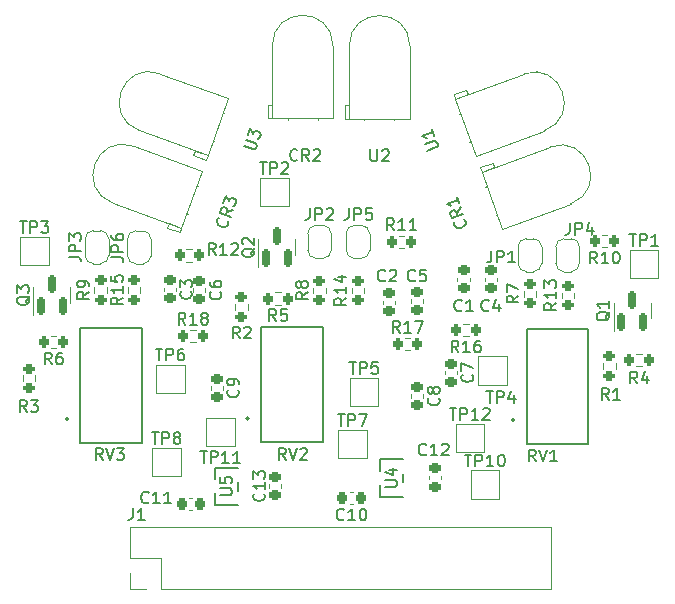
<source format=gbr>
%TF.GenerationSoftware,KiCad,Pcbnew,(6.0.5)*%
%TF.CreationDate,2024-03-24T17:12:35+02:00*%
%TF.ProjectId,Sensor Subsystem,53656e73-6f72-4205-9375-627379737465,rev?*%
%TF.SameCoordinates,Original*%
%TF.FileFunction,Legend,Top*%
%TF.FilePolarity,Positive*%
%FSLAX46Y46*%
G04 Gerber Fmt 4.6, Leading zero omitted, Abs format (unit mm)*
G04 Created by KiCad (PCBNEW (6.0.5)) date 2024-03-24 17:12:35*
%MOMM*%
%LPD*%
G01*
G04 APERTURE LIST*
G04 Aperture macros list*
%AMRoundRect*
0 Rectangle with rounded corners*
0 $1 Rounding radius*
0 $2 $3 $4 $5 $6 $7 $8 $9 X,Y pos of 4 corners*
0 Add a 4 corners polygon primitive as box body*
4,1,4,$2,$3,$4,$5,$6,$7,$8,$9,$2,$3,0*
0 Add four circle primitives for the rounded corners*
1,1,$1+$1,$2,$3*
1,1,$1+$1,$4,$5*
1,1,$1+$1,$6,$7*
1,1,$1+$1,$8,$9*
0 Add four rect primitives between the rounded corners*
20,1,$1+$1,$2,$3,$4,$5,0*
20,1,$1+$1,$4,$5,$6,$7,0*
20,1,$1+$1,$6,$7,$8,$9,0*
20,1,$1+$1,$8,$9,$2,$3,0*%
%AMRotRect*
0 Rectangle, with rotation*
0 The origin of the aperture is its center*
0 $1 length*
0 $2 width*
0 $3 Rotation angle, in degrees counterclockwise*
0 Add horizontal line*
21,1,$1,$2,0,0,$3*%
%AMFreePoly0*
4,1,22,0.500000,-0.750000,0.000000,-0.750000,0.000000,-0.745033,-0.079941,-0.743568,-0.215256,-0.701293,-0.333266,-0.622738,-0.424486,-0.514219,-0.481581,-0.384460,-0.499164,-0.250000,-0.500000,-0.250000,-0.500000,0.250000,-0.499164,0.250000,-0.499963,0.256109,-0.478152,0.396186,-0.417904,0.524511,-0.324060,0.630769,-0.204165,0.706417,-0.067858,0.745374,0.000000,0.744959,0.000000,0.750000,
0.500000,0.750000,0.500000,-0.750000,0.500000,-0.750000,$1*%
%AMFreePoly1*
4,1,20,0.000000,0.744959,0.073905,0.744508,0.209726,0.703889,0.328688,0.626782,0.421226,0.519385,0.479903,0.390333,0.500000,0.250000,0.500000,-0.250000,0.499851,-0.262216,0.476331,-0.402017,0.414519,-0.529596,0.319384,-0.634700,0.198574,-0.708877,0.061801,-0.746166,0.000000,-0.745033,0.000000,-0.750000,-0.500000,-0.750000,-0.500000,0.750000,0.000000,0.750000,0.000000,0.744959,
0.000000,0.744959,$1*%
G04 Aperture macros list end*
%ADD10C,0.150000*%
%ADD11C,0.120000*%
%ADD12C,0.152400*%
%ADD13RoundRect,0.200000X-0.200000X-0.275000X0.200000X-0.275000X0.200000X0.275000X-0.200000X0.275000X0*%
%ADD14RoundRect,0.225000X-0.250000X0.225000X-0.250000X-0.225000X0.250000X-0.225000X0.250000X0.225000X0*%
%ADD15RoundRect,0.200000X0.200000X0.275000X-0.200000X0.275000X-0.200000X-0.275000X0.200000X-0.275000X0*%
%ADD16RoundRect,0.150000X0.150000X-0.587500X0.150000X0.587500X-0.150000X0.587500X-0.150000X-0.587500X0*%
%ADD17FreePoly0,90.000000*%
%ADD18FreePoly1,90.000000*%
%ADD19RotRect,1.800000X1.800000X250.000000*%
%ADD20C,1.800000*%
%ADD21RoundRect,0.200000X0.275000X-0.200000X0.275000X0.200000X-0.275000X0.200000X-0.275000X-0.200000X0*%
%ADD22R,1.700000X1.700000*%
%ADD23O,1.700000X1.700000*%
%ADD24R,2.000000X2.000000*%
%ADD25C,1.320800*%
%ADD26R,1.320800X1.320800*%
%ADD27R,1.117600X0.482600*%
%ADD28RoundRect,0.225000X0.250000X-0.225000X0.250000X0.225000X-0.250000X0.225000X-0.250000X-0.225000X0*%
%ADD29R,1.800000X1.800000*%
%ADD30RotRect,1.800000X1.800000X110.000000*%
%ADD31RoundRect,0.225000X0.225000X0.250000X-0.225000X0.250000X-0.225000X-0.250000X0.225000X-0.250000X0*%
G04 APERTURE END LIST*
D10*
%TO.C,R18*%
X6748542Y23837620D02*
X6415209Y24313810D01*
X6177114Y23837620D02*
X6177114Y24837620D01*
X6558066Y24837620D01*
X6653304Y24790000D01*
X6700923Y24742381D01*
X6748542Y24647143D01*
X6748542Y24504286D01*
X6700923Y24409048D01*
X6653304Y24361429D01*
X6558066Y24313810D01*
X6177114Y24313810D01*
X7700923Y23837620D02*
X7129495Y23837620D01*
X7415209Y23837620D02*
X7415209Y24837620D01*
X7319971Y24694762D01*
X7224733Y24599524D01*
X7129495Y24551905D01*
X8272352Y24409048D02*
X8177114Y24456667D01*
X8129495Y24504286D01*
X8081876Y24599524D01*
X8081876Y24647143D01*
X8129495Y24742381D01*
X8177114Y24790000D01*
X8272352Y24837620D01*
X8462828Y24837620D01*
X8558066Y24790000D01*
X8605685Y24742381D01*
X8653304Y24647143D01*
X8653304Y24599524D01*
X8605685Y24504286D01*
X8558066Y24456667D01*
X8462828Y24409048D01*
X8272352Y24409048D01*
X8177114Y24361429D01*
X8129495Y24313810D01*
X8081876Y24218572D01*
X8081876Y24028096D01*
X8129495Y23932858D01*
X8177114Y23885239D01*
X8272352Y23837620D01*
X8462828Y23837620D01*
X8558066Y23885239D01*
X8605685Y23932858D01*
X8653304Y24028096D01*
X8653304Y24218572D01*
X8605685Y24313810D01*
X8558066Y24361429D01*
X8462828Y24409048D01*
%TO.C,C3*%
X7198142Y26655334D02*
X7245761Y26607715D01*
X7293380Y26464858D01*
X7293380Y26369620D01*
X7245761Y26226762D01*
X7150523Y26131524D01*
X7055285Y26083905D01*
X6864809Y26036286D01*
X6721952Y26036286D01*
X6531476Y26083905D01*
X6436238Y26131524D01*
X6341000Y26226762D01*
X6293380Y26369620D01*
X6293380Y26464858D01*
X6341000Y26607715D01*
X6388619Y26655334D01*
X6293380Y26988667D02*
X6293380Y27607715D01*
X6674333Y27274381D01*
X6674333Y27417239D01*
X6721952Y27512477D01*
X6769571Y27560096D01*
X6864809Y27607715D01*
X7102904Y27607715D01*
X7198142Y27560096D01*
X7245761Y27512477D01*
X7293380Y27417239D01*
X7293380Y27131524D01*
X7245761Y27036286D01*
X7198142Y26988667D01*
%TO.C,R4*%
X44994533Y18851620D02*
X44661200Y19327810D01*
X44423104Y18851620D02*
X44423104Y19851620D01*
X44804057Y19851620D01*
X44899295Y19804000D01*
X44946914Y19756381D01*
X44994533Y19661143D01*
X44994533Y19518286D01*
X44946914Y19423048D01*
X44899295Y19375429D01*
X44804057Y19327810D01*
X44423104Y19327810D01*
X45851676Y19518286D02*
X45851676Y18851620D01*
X45613580Y19899239D02*
X45375485Y19184953D01*
X45994533Y19184953D01*
%TO.C,R10*%
X41595342Y29013620D02*
X41262009Y29489810D01*
X41023914Y29013620D02*
X41023914Y30013620D01*
X41404866Y30013620D01*
X41500104Y29966000D01*
X41547723Y29918381D01*
X41595342Y29823143D01*
X41595342Y29680286D01*
X41547723Y29585048D01*
X41500104Y29537429D01*
X41404866Y29489810D01*
X41023914Y29489810D01*
X42547723Y29013620D02*
X41976295Y29013620D01*
X42262009Y29013620D02*
X42262009Y30013620D01*
X42166771Y29870762D01*
X42071533Y29775524D01*
X41976295Y29727905D01*
X43166771Y30013620D02*
X43262009Y30013620D01*
X43357247Y29966000D01*
X43404866Y29918381D01*
X43452485Y29823143D01*
X43500104Y29632667D01*
X43500104Y29394572D01*
X43452485Y29204096D01*
X43404866Y29108858D01*
X43357247Y29061239D01*
X43262009Y29013620D01*
X43166771Y29013620D01*
X43071533Y29061239D01*
X43023914Y29108858D01*
X42976295Y29204096D01*
X42928676Y29394572D01*
X42928676Y29632667D01*
X42976295Y29823143D01*
X43023914Y29918381D01*
X43071533Y29966000D01*
X43166771Y30013620D01*
%TO.C,Q2*%
X12637819Y30300762D02*
X12590200Y30205524D01*
X12494961Y30110286D01*
X12352104Y29967429D01*
X12304485Y29872191D01*
X12304485Y29776953D01*
X12542580Y29824572D02*
X12494961Y29729334D01*
X12399723Y29634096D01*
X12209247Y29586477D01*
X11875914Y29586477D01*
X11685438Y29634096D01*
X11590200Y29729334D01*
X11542580Y29824572D01*
X11542580Y30015048D01*
X11590200Y30110286D01*
X11685438Y30205524D01*
X11875914Y30253143D01*
X12209247Y30253143D01*
X12399723Y30205524D01*
X12494961Y30110286D01*
X12542580Y30015048D01*
X12542580Y29824572D01*
X11637819Y30634096D02*
X11590200Y30681715D01*
X11542580Y30776953D01*
X11542580Y31015048D01*
X11590200Y31110286D01*
X11637819Y31157905D01*
X11733057Y31205524D01*
X11828295Y31205524D01*
X11971152Y31157905D01*
X12542580Y30586477D01*
X12542580Y31205524D01*
%TO.C,JP4*%
X39282666Y32462420D02*
X39282666Y31748134D01*
X39235047Y31605277D01*
X39139809Y31510039D01*
X38996952Y31462420D01*
X38901714Y31462420D01*
X39758857Y31462420D02*
X39758857Y32462420D01*
X40139809Y32462420D01*
X40235047Y32414800D01*
X40282666Y32367181D01*
X40330285Y32271943D01*
X40330285Y32129086D01*
X40282666Y32033848D01*
X40235047Y31986229D01*
X40139809Y31938610D01*
X39758857Y31938610D01*
X41187428Y32129086D02*
X41187428Y31462420D01*
X40949333Y32510039D02*
X40711238Y31795753D01*
X41330285Y31795753D01*
%TO.C,C8*%
X28177342Y17617334D02*
X28224961Y17569715D01*
X28272580Y17426858D01*
X28272580Y17331620D01*
X28224961Y17188762D01*
X28129723Y17093524D01*
X28034485Y17045905D01*
X27844009Y16998286D01*
X27701152Y16998286D01*
X27510676Y17045905D01*
X27415438Y17093524D01*
X27320200Y17188762D01*
X27272580Y17331620D01*
X27272580Y17426858D01*
X27320200Y17569715D01*
X27367819Y17617334D01*
X27701152Y18188762D02*
X27653533Y18093524D01*
X27605914Y18045905D01*
X27510676Y17998286D01*
X27463057Y17998286D01*
X27367819Y18045905D01*
X27320200Y18093524D01*
X27272580Y18188762D01*
X27272580Y18379239D01*
X27320200Y18474477D01*
X27367819Y18522096D01*
X27463057Y18569715D01*
X27510676Y18569715D01*
X27605914Y18522096D01*
X27653533Y18474477D01*
X27701152Y18379239D01*
X27701152Y18188762D01*
X27748771Y18093524D01*
X27796390Y18045905D01*
X27891628Y17998286D01*
X28082104Y17998286D01*
X28177342Y18045905D01*
X28224961Y18093524D01*
X28272580Y18188762D01*
X28272580Y18379239D01*
X28224961Y18474477D01*
X28177342Y18522096D01*
X28082104Y18569715D01*
X27891628Y18569715D01*
X27796390Y18522096D01*
X27748771Y18474477D01*
X27701152Y18379239D01*
%TO.C,R17*%
X24897342Y23161620D02*
X24564009Y23637810D01*
X24325914Y23161620D02*
X24325914Y24161620D01*
X24706866Y24161620D01*
X24802104Y24114000D01*
X24849723Y24066381D01*
X24897342Y23971143D01*
X24897342Y23828286D01*
X24849723Y23733048D01*
X24802104Y23685429D01*
X24706866Y23637810D01*
X24325914Y23637810D01*
X25849723Y23161620D02*
X25278295Y23161620D01*
X25564009Y23161620D02*
X25564009Y24161620D01*
X25468771Y24018762D01*
X25373533Y23923524D01*
X25278295Y23875905D01*
X26183057Y24161620D02*
X26849723Y24161620D01*
X26421152Y23161620D01*
%TO.C,U3*%
X11693451Y38965140D02*
X12454155Y38688267D01*
X12559936Y38700440D01*
X12620970Y38728901D01*
X12698290Y38802109D01*
X12763437Y38981098D01*
X12751263Y39086879D01*
X12722803Y39147913D01*
X12649595Y39225234D01*
X11888891Y39502107D01*
X12019185Y39860085D02*
X12230911Y40441800D01*
X12474883Y39998276D01*
X12523743Y40132517D01*
X12601063Y40205725D01*
X12662097Y40234186D01*
X12767879Y40246360D01*
X12991615Y40164926D01*
X13064823Y40087606D01*
X13093283Y40026572D01*
X13105457Y39920791D01*
X13007737Y39652307D01*
X12930417Y39579099D01*
X12869383Y39550639D01*
%TO.C,R13*%
X38132380Y25667143D02*
X37656190Y25333810D01*
X38132380Y25095715D02*
X37132380Y25095715D01*
X37132380Y25476667D01*
X37180000Y25571905D01*
X37227619Y25619524D01*
X37322857Y25667143D01*
X37465714Y25667143D01*
X37560952Y25619524D01*
X37608571Y25571905D01*
X37656190Y25476667D01*
X37656190Y25095715D01*
X38132380Y26619524D02*
X38132380Y26048096D01*
X38132380Y26333810D02*
X37132380Y26333810D01*
X37275238Y26238572D01*
X37370476Y26143334D01*
X37418095Y26048096D01*
X37132380Y26952858D02*
X37132380Y27571905D01*
X37513333Y27238572D01*
X37513333Y27381429D01*
X37560952Y27476667D01*
X37608571Y27524286D01*
X37703809Y27571905D01*
X37941904Y27571905D01*
X38037142Y27524286D01*
X38084761Y27476667D01*
X38132380Y27381429D01*
X38132380Y27095715D01*
X38084761Y27000477D01*
X38037142Y26952858D01*
%TO.C,J1*%
X2282866Y8294620D02*
X2282866Y7580334D01*
X2235247Y7437477D01*
X2140009Y7342239D01*
X1997152Y7294620D01*
X1901914Y7294620D01*
X3282866Y7294620D02*
X2711438Y7294620D01*
X2997152Y7294620D02*
X2997152Y8294620D01*
X2901914Y8151762D01*
X2806676Y8056524D01*
X2711438Y8008905D01*
%TO.C,TP12*%
X29122904Y16769620D02*
X29694333Y16769620D01*
X29408619Y15769620D02*
X29408619Y16769620D01*
X30027666Y15769620D02*
X30027666Y16769620D01*
X30408619Y16769620D01*
X30503857Y16722000D01*
X30551476Y16674381D01*
X30599095Y16579143D01*
X30599095Y16436286D01*
X30551476Y16341048D01*
X30503857Y16293429D01*
X30408619Y16245810D01*
X30027666Y16245810D01*
X31551476Y15769620D02*
X30980047Y15769620D01*
X31265761Y15769620D02*
X31265761Y16769620D01*
X31170523Y16626762D01*
X31075285Y16531524D01*
X30980047Y16483905D01*
X31932428Y16674381D02*
X31980047Y16722000D01*
X32075285Y16769620D01*
X32313380Y16769620D01*
X32408619Y16722000D01*
X32456238Y16674381D01*
X32503857Y16579143D01*
X32503857Y16483905D01*
X32456238Y16341048D01*
X31884809Y15769620D01*
X32503857Y15769620D01*
%TO.C,R2*%
X11339533Y22661620D02*
X11006200Y23137810D01*
X10768104Y22661620D02*
X10768104Y23661620D01*
X11149057Y23661620D01*
X11244295Y23614000D01*
X11291914Y23566381D01*
X11339533Y23471143D01*
X11339533Y23328286D01*
X11291914Y23233048D01*
X11244295Y23185429D01*
X11149057Y23137810D01*
X10768104Y23137810D01*
X11720485Y23566381D02*
X11768104Y23614000D01*
X11863342Y23661620D01*
X12101438Y23661620D01*
X12196676Y23614000D01*
X12244295Y23566381D01*
X12291914Y23471143D01*
X12291914Y23375905D01*
X12244295Y23233048D01*
X11672866Y22661620D01*
X12291914Y22661620D01*
%TO.C,JP6*%
X482380Y29546667D02*
X1196666Y29546667D01*
X1339523Y29499048D01*
X1434761Y29403810D01*
X1482380Y29260953D01*
X1482380Y29165715D01*
X1482380Y30022858D02*
X482380Y30022858D01*
X482380Y30403810D01*
X530000Y30499048D01*
X577619Y30546667D01*
X672857Y30594286D01*
X815714Y30594286D01*
X910952Y30546667D01*
X958571Y30499048D01*
X1006190Y30403810D01*
X1006190Y30022858D01*
X482380Y31451429D02*
X482380Y31260953D01*
X530000Y31165715D01*
X577619Y31118096D01*
X720476Y31022858D01*
X910952Y30975239D01*
X1291904Y30975239D01*
X1387142Y31022858D01*
X1434761Y31070477D01*
X1482380Y31165715D01*
X1482380Y31356191D01*
X1434761Y31451429D01*
X1387142Y31499048D01*
X1291904Y31546667D01*
X1053809Y31546667D01*
X958571Y31499048D01*
X910952Y31451429D01*
X863333Y31356191D01*
X863333Y31165715D01*
X910952Y31070477D01*
X958571Y31022858D01*
X1053809Y30975239D01*
%TO.C,R7*%
X34942380Y26283334D02*
X34466190Y25950000D01*
X34942380Y25711905D02*
X33942380Y25711905D01*
X33942380Y26092858D01*
X33990000Y26188096D01*
X34037619Y26235715D01*
X34132857Y26283334D01*
X34275714Y26283334D01*
X34370952Y26235715D01*
X34418571Y26188096D01*
X34466190Y26092858D01*
X34466190Y25711905D01*
X33942380Y26616667D02*
X33942380Y27283334D01*
X34942380Y26854762D01*
%TO.C,RV1*%
X36394761Y12257620D02*
X36061428Y12733810D01*
X35823333Y12257620D02*
X35823333Y13257620D01*
X36204285Y13257620D01*
X36299523Y13210000D01*
X36347142Y13162381D01*
X36394761Y13067143D01*
X36394761Y12924286D01*
X36347142Y12829048D01*
X36299523Y12781429D01*
X36204285Y12733810D01*
X35823333Y12733810D01*
X36680476Y13257620D02*
X37013809Y12257620D01*
X37347142Y13257620D01*
X38204285Y12257620D02*
X37632857Y12257620D01*
X37918571Y12257620D02*
X37918571Y13257620D01*
X37823333Y13114762D01*
X37728095Y13019524D01*
X37632857Y12971905D01*
%TO.C,TP4*%
X32215295Y18200620D02*
X32786723Y18200620D01*
X32501009Y17200620D02*
X32501009Y18200620D01*
X33120057Y17200620D02*
X33120057Y18200620D01*
X33501009Y18200620D01*
X33596247Y18153000D01*
X33643866Y18105381D01*
X33691485Y18010143D01*
X33691485Y17867286D01*
X33643866Y17772048D01*
X33596247Y17724429D01*
X33501009Y17676810D01*
X33120057Y17676810D01*
X34548628Y17867286D02*
X34548628Y17200620D01*
X34310533Y18248239D02*
X34072438Y17533953D01*
X34691485Y17533953D01*
%TO.C,U4*%
X23658580Y10090096D02*
X24468104Y10090096D01*
X24563342Y10137715D01*
X24610961Y10185334D01*
X24658580Y10280572D01*
X24658580Y10471048D01*
X24610961Y10566286D01*
X24563342Y10613905D01*
X24468104Y10661524D01*
X23658580Y10661524D01*
X23991914Y11566286D02*
X24658580Y11566286D01*
X23610961Y11328191D02*
X24325247Y11090096D01*
X24325247Y11709143D01*
%TO.C,R9*%
X-1416620Y26605334D02*
X-1892810Y26272000D01*
X-1416620Y26033905D02*
X-2416620Y26033905D01*
X-2416620Y26414858D01*
X-2369000Y26510096D01*
X-2321381Y26557715D01*
X-2226143Y26605334D01*
X-2083286Y26605334D01*
X-1988048Y26557715D01*
X-1940429Y26510096D01*
X-1892810Y26414858D01*
X-1892810Y26033905D01*
X-1416620Y27081524D02*
X-1416620Y27272000D01*
X-1464239Y27367239D01*
X-1511858Y27414858D01*
X-1654715Y27510096D01*
X-1845191Y27557715D01*
X-2226143Y27557715D01*
X-2321381Y27510096D01*
X-2369000Y27462477D01*
X-2416620Y27367239D01*
X-2416620Y27176762D01*
X-2369000Y27081524D01*
X-2321381Y27033905D01*
X-2226143Y26986286D01*
X-1988048Y26986286D01*
X-1892810Y27033905D01*
X-1845191Y27081524D01*
X-1797572Y27176762D01*
X-1797572Y27367239D01*
X-1845191Y27462477D01*
X-1892810Y27510096D01*
X-1988048Y27557715D01*
%TO.C,TP1*%
X44331095Y31512020D02*
X44902523Y31512020D01*
X44616809Y30512020D02*
X44616809Y31512020D01*
X45235857Y30512020D02*
X45235857Y31512020D01*
X45616809Y31512020D01*
X45712047Y31464400D01*
X45759666Y31416781D01*
X45807285Y31321543D01*
X45807285Y31178686D01*
X45759666Y31083448D01*
X45712047Y31035829D01*
X45616809Y30988210D01*
X45235857Y30988210D01*
X46759666Y30512020D02*
X46188238Y30512020D01*
X46473952Y30512020D02*
X46473952Y31512020D01*
X46378714Y31369162D01*
X46283476Y31273924D01*
X46188238Y31226305D01*
%TO.C,R16*%
X29862542Y21485620D02*
X29529209Y21961810D01*
X29291114Y21485620D02*
X29291114Y22485620D01*
X29672066Y22485620D01*
X29767304Y22438000D01*
X29814923Y22390381D01*
X29862542Y22295143D01*
X29862542Y22152286D01*
X29814923Y22057048D01*
X29767304Y22009429D01*
X29672066Y21961810D01*
X29291114Y21961810D01*
X30814923Y21485620D02*
X30243495Y21485620D01*
X30529209Y21485620D02*
X30529209Y22485620D01*
X30433971Y22342762D01*
X30338733Y22247524D01*
X30243495Y22199905D01*
X31672066Y22485620D02*
X31481590Y22485620D01*
X31386352Y22438000D01*
X31338733Y22390381D01*
X31243495Y22247524D01*
X31195876Y22057048D01*
X31195876Y21676096D01*
X31243495Y21580858D01*
X31291114Y21533239D01*
X31386352Y21485620D01*
X31576828Y21485620D01*
X31672066Y21533239D01*
X31719685Y21580858D01*
X31767304Y21676096D01*
X31767304Y21914191D01*
X31719685Y22009429D01*
X31672066Y22057048D01*
X31576828Y22104667D01*
X31386352Y22104667D01*
X31291114Y22057048D01*
X31243495Y22009429D01*
X31195876Y21914191D01*
%TO.C,RV2*%
X15228961Y12374620D02*
X14895628Y12850810D01*
X14657533Y12374620D02*
X14657533Y13374620D01*
X15038485Y13374620D01*
X15133723Y13327000D01*
X15181342Y13279381D01*
X15228961Y13184143D01*
X15228961Y13041286D01*
X15181342Y12946048D01*
X15133723Y12898429D01*
X15038485Y12850810D01*
X14657533Y12850810D01*
X15514676Y13374620D02*
X15848009Y12374620D01*
X16181342Y13374620D01*
X16467057Y13279381D02*
X16514676Y13327000D01*
X16609914Y13374620D01*
X16848009Y13374620D01*
X16943247Y13327000D01*
X16990866Y13279381D01*
X17038485Y13184143D01*
X17038485Y13088905D01*
X16990866Y12946048D01*
X16419438Y12374620D01*
X17038485Y12374620D01*
%TO.C,TP6*%
X4227695Y21800820D02*
X4799123Y21800820D01*
X4513409Y20800820D02*
X4513409Y21800820D01*
X5132457Y20800820D02*
X5132457Y21800820D01*
X5513409Y21800820D01*
X5608647Y21753200D01*
X5656266Y21705581D01*
X5703885Y21610343D01*
X5703885Y21467486D01*
X5656266Y21372248D01*
X5608647Y21324629D01*
X5513409Y21277010D01*
X5132457Y21277010D01*
X6561028Y21800820D02*
X6370552Y21800820D01*
X6275314Y21753200D01*
X6227695Y21705581D01*
X6132457Y21562724D01*
X6084838Y21372248D01*
X6084838Y20991296D01*
X6132457Y20896058D01*
X6180076Y20848439D01*
X6275314Y20800820D01*
X6465790Y20800820D01*
X6561028Y20848439D01*
X6608647Y20896058D01*
X6656266Y20991296D01*
X6656266Y21229391D01*
X6608647Y21324629D01*
X6561028Y21372248D01*
X6465790Y21419867D01*
X6275314Y21419867D01*
X6180076Y21372248D01*
X6132457Y21324629D01*
X6084838Y21229391D01*
%TO.C,C12*%
X27119342Y12850858D02*
X27071723Y12803239D01*
X26928866Y12755620D01*
X26833628Y12755620D01*
X26690771Y12803239D01*
X26595533Y12898477D01*
X26547914Y12993715D01*
X26500295Y13184191D01*
X26500295Y13327048D01*
X26547914Y13517524D01*
X26595533Y13612762D01*
X26690771Y13708000D01*
X26833628Y13755620D01*
X26928866Y13755620D01*
X27071723Y13708000D01*
X27119342Y13660381D01*
X28071723Y12755620D02*
X27500295Y12755620D01*
X27786009Y12755620D02*
X27786009Y13755620D01*
X27690771Y13612762D01*
X27595533Y13517524D01*
X27500295Y13469905D01*
X28452676Y13660381D02*
X28500295Y13708000D01*
X28595533Y13755620D01*
X28833628Y13755620D01*
X28928866Y13708000D01*
X28976485Y13660381D01*
X29024104Y13565143D01*
X29024104Y13469905D01*
X28976485Y13327048D01*
X28405057Y12755620D01*
X29024104Y12755620D01*
%TO.C,JP2*%
X17276866Y33694620D02*
X17276866Y32980334D01*
X17229247Y32837477D01*
X17134009Y32742239D01*
X16991152Y32694620D01*
X16895914Y32694620D01*
X17753057Y32694620D02*
X17753057Y33694620D01*
X18134009Y33694620D01*
X18229247Y33647000D01*
X18276866Y33599381D01*
X18324485Y33504143D01*
X18324485Y33361286D01*
X18276866Y33266048D01*
X18229247Y33218429D01*
X18134009Y33170810D01*
X17753057Y33170810D01*
X18705438Y33599381D02*
X18753057Y33647000D01*
X18848295Y33694620D01*
X19086390Y33694620D01*
X19181628Y33647000D01*
X19229247Y33599381D01*
X19276866Y33504143D01*
X19276866Y33408905D01*
X19229247Y33266048D01*
X18657819Y32694620D01*
X19276866Y32694620D01*
%TO.C,U2*%
X22413095Y38662620D02*
X22413095Y37853096D01*
X22460714Y37757858D01*
X22508333Y37710239D01*
X22603571Y37662620D01*
X22794047Y37662620D01*
X22889285Y37710239D01*
X22936904Y37757858D01*
X22984523Y37853096D01*
X22984523Y38662620D01*
X23413095Y38567381D02*
X23460714Y38615000D01*
X23555952Y38662620D01*
X23794047Y38662620D01*
X23889285Y38615000D01*
X23936904Y38567381D01*
X23984523Y38472143D01*
X23984523Y38376905D01*
X23936904Y38234048D01*
X23365476Y37662620D01*
X23984523Y37662620D01*
%TO.C,R8*%
X17112580Y26567334D02*
X16636390Y26234000D01*
X17112580Y25995905D02*
X16112580Y25995905D01*
X16112580Y26376858D01*
X16160200Y26472096D01*
X16207819Y26519715D01*
X16303057Y26567334D01*
X16445914Y26567334D01*
X16541152Y26519715D01*
X16588771Y26472096D01*
X16636390Y26376858D01*
X16636390Y25995905D01*
X16541152Y27138762D02*
X16493533Y27043524D01*
X16445914Y26995905D01*
X16350676Y26948286D01*
X16303057Y26948286D01*
X16207819Y26995905D01*
X16160200Y27043524D01*
X16112580Y27138762D01*
X16112580Y27329239D01*
X16160200Y27424477D01*
X16207819Y27472096D01*
X16303057Y27519715D01*
X16350676Y27519715D01*
X16445914Y27472096D01*
X16493533Y27424477D01*
X16541152Y27329239D01*
X16541152Y27138762D01*
X16588771Y27043524D01*
X16636390Y26995905D01*
X16731628Y26948286D01*
X16922104Y26948286D01*
X17017342Y26995905D01*
X17064961Y27043524D01*
X17112580Y27138762D01*
X17112580Y27329239D01*
X17064961Y27424477D01*
X17017342Y27472096D01*
X16922104Y27519715D01*
X16731628Y27519715D01*
X16636390Y27472096D01*
X16588771Y27424477D01*
X16541152Y27329239D01*
%TO.C,R11*%
X24397342Y31823620D02*
X24064009Y32299810D01*
X23825914Y31823620D02*
X23825914Y32823620D01*
X24206866Y32823620D01*
X24302104Y32776000D01*
X24349723Y32728381D01*
X24397342Y32633143D01*
X24397342Y32490286D01*
X24349723Y32395048D01*
X24302104Y32347429D01*
X24206866Y32299810D01*
X23825914Y32299810D01*
X25349723Y31823620D02*
X24778295Y31823620D01*
X25064009Y31823620D02*
X25064009Y32823620D01*
X24968771Y32680762D01*
X24873533Y32585524D01*
X24778295Y32537905D01*
X26302104Y31823620D02*
X25730676Y31823620D01*
X26016390Y31823620D02*
X26016390Y32823620D01*
X25921152Y32680762D01*
X25825914Y32585524D01*
X25730676Y32537905D01*
%TO.C,CR1*%
X30288405Y32780091D02*
X30349439Y32751630D01*
X30443047Y32633675D01*
X30475620Y32544181D01*
X30479733Y32393652D01*
X30422812Y32271584D01*
X30349604Y32194264D01*
X30186901Y32084370D01*
X30052660Y32035510D01*
X29857384Y32015110D01*
X29751603Y32027284D01*
X29629535Y32084205D01*
X29535927Y32202160D01*
X29503354Y32291655D01*
X29499241Y32442183D01*
X29527702Y32503217D01*
X30035880Y33752357D02*
X29702414Y33276259D01*
X30231320Y33215390D02*
X29291627Y32873369D01*
X29161334Y33231348D01*
X29173508Y33337129D01*
X29201968Y33398163D01*
X29275176Y33475483D01*
X29409418Y33524343D01*
X29515199Y33512169D01*
X29576233Y33483709D01*
X29653554Y33410501D01*
X29783847Y33052523D01*
X29710146Y34647302D02*
X29905586Y34110335D01*
X29807866Y34378819D02*
X28868174Y34036798D01*
X29034989Y33996164D01*
X29157057Y33939243D01*
X29234377Y33866035D01*
%TO.C,U1*%
X27230781Y38561149D02*
X27991484Y38838023D01*
X28064692Y38915344D01*
X28093153Y38976377D01*
X28105327Y39082159D01*
X28040180Y39261148D01*
X27962859Y39334356D01*
X27901825Y39362816D01*
X27796044Y39374990D01*
X27035341Y39098117D01*
X27633013Y40379829D02*
X27828453Y39842862D01*
X27730733Y40111346D02*
X26791041Y39769326D01*
X26957856Y39728691D01*
X27079924Y39671770D01*
X27157244Y39598562D01*
%TO.C,R3*%
X-6694467Y16438620D02*
X-7027800Y16914810D01*
X-7265896Y16438620D02*
X-7265896Y17438620D01*
X-6884943Y17438620D01*
X-6789705Y17391000D01*
X-6742086Y17343381D01*
X-6694467Y17248143D01*
X-6694467Y17105286D01*
X-6742086Y17010048D01*
X-6789705Y16962429D01*
X-6884943Y16914810D01*
X-7265896Y16914810D01*
X-6361134Y17438620D02*
X-5742086Y17438620D01*
X-6075420Y17057667D01*
X-5932562Y17057667D01*
X-5837324Y17010048D01*
X-5789705Y16962429D01*
X-5742086Y16867191D01*
X-5742086Y16629096D01*
X-5789705Y16533858D01*
X-5837324Y16486239D01*
X-5932562Y16438620D01*
X-6218277Y16438620D01*
X-6313515Y16486239D01*
X-6361134Y16533858D01*
%TO.C,JP1*%
X32656666Y30097620D02*
X32656666Y29383334D01*
X32609047Y29240477D01*
X32513809Y29145239D01*
X32370952Y29097620D01*
X32275714Y29097620D01*
X33132857Y29097620D02*
X33132857Y30097620D01*
X33513809Y30097620D01*
X33609047Y30050000D01*
X33656666Y30002381D01*
X33704285Y29907143D01*
X33704285Y29764286D01*
X33656666Y29669048D01*
X33609047Y29621429D01*
X33513809Y29573810D01*
X33132857Y29573810D01*
X34656666Y29097620D02*
X34085238Y29097620D01*
X34370952Y29097620D02*
X34370952Y30097620D01*
X34275714Y29954762D01*
X34180476Y29859524D01*
X34085238Y29811905D01*
%TO.C,R5*%
X14423533Y24151620D02*
X14090200Y24627810D01*
X13852104Y24151620D02*
X13852104Y25151620D01*
X14233057Y25151620D01*
X14328295Y25104000D01*
X14375914Y25056381D01*
X14423533Y24961143D01*
X14423533Y24818286D01*
X14375914Y24723048D01*
X14328295Y24675429D01*
X14233057Y24627810D01*
X13852104Y24627810D01*
X15328295Y25151620D02*
X14852104Y25151620D01*
X14804485Y24675429D01*
X14852104Y24723048D01*
X14947342Y24770667D01*
X15185438Y24770667D01*
X15280676Y24723048D01*
X15328295Y24675429D01*
X15375914Y24580191D01*
X15375914Y24342096D01*
X15328295Y24246858D01*
X15280676Y24199239D01*
X15185438Y24151620D01*
X14947342Y24151620D01*
X14852104Y24199239D01*
X14804485Y24246858D01*
%TO.C,C5*%
X26198533Y27582858D02*
X26150914Y27535239D01*
X26008057Y27487620D01*
X25912819Y27487620D01*
X25769961Y27535239D01*
X25674723Y27630477D01*
X25627104Y27725715D01*
X25579485Y27916191D01*
X25579485Y28059048D01*
X25627104Y28249524D01*
X25674723Y28344762D01*
X25769961Y28440000D01*
X25912819Y28487620D01*
X26008057Y28487620D01*
X26150914Y28440000D01*
X26198533Y28392381D01*
X27103295Y28487620D02*
X26627104Y28487620D01*
X26579485Y28011429D01*
X26627104Y28059048D01*
X26722342Y28106667D01*
X26960438Y28106667D01*
X27055676Y28059048D01*
X27103295Y28011429D01*
X27150914Y27916191D01*
X27150914Y27678096D01*
X27103295Y27582858D01*
X27055676Y27535239D01*
X26960438Y27487620D01*
X26722342Y27487620D01*
X26627104Y27535239D01*
X26579485Y27582858D01*
%TO.C,C2*%
X23658533Y27582858D02*
X23610914Y27535239D01*
X23468057Y27487620D01*
X23372819Y27487620D01*
X23229961Y27535239D01*
X23134723Y27630477D01*
X23087104Y27725715D01*
X23039485Y27916191D01*
X23039485Y28059048D01*
X23087104Y28249524D01*
X23134723Y28344762D01*
X23229961Y28440000D01*
X23372819Y28487620D01*
X23468057Y28487620D01*
X23610914Y28440000D01*
X23658533Y28392381D01*
X24039485Y28392381D02*
X24087104Y28440000D01*
X24182342Y28487620D01*
X24420438Y28487620D01*
X24515676Y28440000D01*
X24563295Y28392381D01*
X24610914Y28297143D01*
X24610914Y28201905D01*
X24563295Y28059048D01*
X23991866Y27487620D01*
X24610914Y27487620D01*
%TO.C,R12*%
X9296142Y29725620D02*
X8962809Y30201810D01*
X8724714Y29725620D02*
X8724714Y30725620D01*
X9105666Y30725620D01*
X9200904Y30678000D01*
X9248523Y30630381D01*
X9296142Y30535143D01*
X9296142Y30392286D01*
X9248523Y30297048D01*
X9200904Y30249429D01*
X9105666Y30201810D01*
X8724714Y30201810D01*
X10248523Y29725620D02*
X9677095Y29725620D01*
X9962809Y29725620D02*
X9962809Y30725620D01*
X9867571Y30582762D01*
X9772333Y30487524D01*
X9677095Y30439905D01*
X10629476Y30630381D02*
X10677095Y30678000D01*
X10772333Y30725620D01*
X11010428Y30725620D01*
X11105666Y30678000D01*
X11153285Y30630381D01*
X11200904Y30535143D01*
X11200904Y30439905D01*
X11153285Y30297048D01*
X10581857Y29725620D01*
X11200904Y29725620D01*
%TO.C,C13*%
X13387342Y9517143D02*
X13434961Y9469524D01*
X13482580Y9326667D01*
X13482580Y9231429D01*
X13434961Y9088572D01*
X13339723Y8993334D01*
X13244485Y8945715D01*
X13054009Y8898096D01*
X12911152Y8898096D01*
X12720676Y8945715D01*
X12625438Y8993334D01*
X12530200Y9088572D01*
X12482580Y9231429D01*
X12482580Y9326667D01*
X12530200Y9469524D01*
X12577819Y9517143D01*
X13482580Y10469524D02*
X13482580Y9898096D01*
X13482580Y10183810D02*
X12482580Y10183810D01*
X12625438Y10088572D01*
X12720676Y9993334D01*
X12768295Y9898096D01*
X12482580Y10802858D02*
X12482580Y11421905D01*
X12863533Y11088572D01*
X12863533Y11231429D01*
X12911152Y11326667D01*
X12958771Y11374286D01*
X13054009Y11421905D01*
X13292104Y11421905D01*
X13387342Y11374286D01*
X13434961Y11326667D01*
X13482580Y11231429D01*
X13482580Y10945715D01*
X13434961Y10850477D01*
X13387342Y10802858D01*
%TO.C,Q1*%
X42660819Y24923762D02*
X42613200Y24828524D01*
X42517961Y24733286D01*
X42375104Y24590429D01*
X42327485Y24495191D01*
X42327485Y24399953D01*
X42565580Y24447572D02*
X42517961Y24352334D01*
X42422723Y24257096D01*
X42232247Y24209477D01*
X41898914Y24209477D01*
X41708438Y24257096D01*
X41613200Y24352334D01*
X41565580Y24447572D01*
X41565580Y24638048D01*
X41613200Y24733286D01*
X41708438Y24828524D01*
X41898914Y24876143D01*
X42232247Y24876143D01*
X42422723Y24828524D01*
X42517961Y24733286D01*
X42565580Y24638048D01*
X42565580Y24447572D01*
X42565580Y25828524D02*
X42565580Y25257096D01*
X42565580Y25542810D02*
X41565580Y25542810D01*
X41708438Y25447572D01*
X41803676Y25352334D01*
X41851295Y25257096D01*
%TO.C,TP3*%
X-7281705Y32598420D02*
X-6710277Y32598420D01*
X-6995991Y31598420D02*
X-6995991Y32598420D01*
X-6376943Y31598420D02*
X-6376943Y32598420D01*
X-5995991Y32598420D01*
X-5900753Y32550800D01*
X-5853134Y32503181D01*
X-5805515Y32407943D01*
X-5805515Y32265086D01*
X-5853134Y32169848D01*
X-5900753Y32122229D01*
X-5995991Y32074610D01*
X-6376943Y32074610D01*
X-5472181Y32598420D02*
X-4853134Y32598420D01*
X-5186467Y32217467D01*
X-5043610Y32217467D01*
X-4948372Y32169848D01*
X-4900753Y32122229D01*
X-4853134Y32026991D01*
X-4853134Y31788896D01*
X-4900753Y31693658D01*
X-4948372Y31646039D01*
X-5043610Y31598420D01*
X-5329324Y31598420D01*
X-5424562Y31646039D01*
X-5472181Y31693658D01*
%TO.C,C7*%
X31022542Y19594534D02*
X31070161Y19546915D01*
X31117780Y19404058D01*
X31117780Y19308820D01*
X31070161Y19165962D01*
X30974923Y19070724D01*
X30879685Y19023105D01*
X30689209Y18975486D01*
X30546352Y18975486D01*
X30355876Y19023105D01*
X30260638Y19070724D01*
X30165400Y19165962D01*
X30117780Y19308820D01*
X30117780Y19404058D01*
X30165400Y19546915D01*
X30213019Y19594534D01*
X30117780Y19927867D02*
X30117780Y20594534D01*
X31117780Y20165962D01*
%TO.C,JP5*%
X20578866Y33694620D02*
X20578866Y32980334D01*
X20531247Y32837477D01*
X20436009Y32742239D01*
X20293152Y32694620D01*
X20197914Y32694620D01*
X21055057Y32694620D02*
X21055057Y33694620D01*
X21436009Y33694620D01*
X21531247Y33647000D01*
X21578866Y33599381D01*
X21626485Y33504143D01*
X21626485Y33361286D01*
X21578866Y33266048D01*
X21531247Y33218429D01*
X21436009Y33170810D01*
X21055057Y33170810D01*
X22531247Y33694620D02*
X22055057Y33694620D01*
X22007438Y33218429D01*
X22055057Y33266048D01*
X22150295Y33313667D01*
X22388390Y33313667D01*
X22483628Y33266048D01*
X22531247Y33218429D01*
X22578866Y33123191D01*
X22578866Y32885096D01*
X22531247Y32789858D01*
X22483628Y32742239D01*
X22388390Y32694620D01*
X22150295Y32694620D01*
X22055057Y32742239D01*
X22007438Y32789858D01*
%TO.C,C1*%
X30135533Y25042858D02*
X30087914Y24995239D01*
X29945057Y24947620D01*
X29849819Y24947620D01*
X29706961Y24995239D01*
X29611723Y25090477D01*
X29564104Y25185715D01*
X29516485Y25376191D01*
X29516485Y25519048D01*
X29564104Y25709524D01*
X29611723Y25804762D01*
X29706961Y25900000D01*
X29849819Y25947620D01*
X29945057Y25947620D01*
X30087914Y25900000D01*
X30135533Y25852381D01*
X31087914Y24947620D02*
X30516485Y24947620D01*
X30802200Y24947620D02*
X30802200Y25947620D01*
X30706961Y25804762D01*
X30611723Y25709524D01*
X30516485Y25661905D01*
%TO.C,RV3*%
X-265039Y12374620D02*
X-598372Y12850810D01*
X-836467Y12374620D02*
X-836467Y13374620D01*
X-455515Y13374620D01*
X-360277Y13327000D01*
X-312658Y13279381D01*
X-265039Y13184143D01*
X-265039Y13041286D01*
X-312658Y12946048D01*
X-360277Y12898429D01*
X-455515Y12850810D01*
X-836467Y12850810D01*
X20676Y13374620D02*
X354009Y12374620D01*
X687342Y13374620D01*
X925438Y13374620D02*
X1544485Y13374620D01*
X1211152Y12993667D01*
X1354009Y12993667D01*
X1449247Y12946048D01*
X1496866Y12898429D01*
X1544485Y12803191D01*
X1544485Y12565096D01*
X1496866Y12469858D01*
X1449247Y12422239D01*
X1354009Y12374620D01*
X1068295Y12374620D01*
X973057Y12422239D01*
X925438Y12469858D01*
%TO.C,C10*%
X20159742Y7356858D02*
X20112123Y7309239D01*
X19969266Y7261620D01*
X19874028Y7261620D01*
X19731171Y7309239D01*
X19635933Y7404477D01*
X19588314Y7499715D01*
X19540695Y7690191D01*
X19540695Y7833048D01*
X19588314Y8023524D01*
X19635933Y8118762D01*
X19731171Y8214000D01*
X19874028Y8261620D01*
X19969266Y8261620D01*
X20112123Y8214000D01*
X20159742Y8166381D01*
X21112123Y7261620D02*
X20540695Y7261620D01*
X20826409Y7261620D02*
X20826409Y8261620D01*
X20731171Y8118762D01*
X20635933Y8023524D01*
X20540695Y7975905D01*
X21731171Y8261620D02*
X21826409Y8261620D01*
X21921647Y8214000D01*
X21969266Y8166381D01*
X22016885Y8071143D01*
X22064504Y7880667D01*
X22064504Y7642572D01*
X22016885Y7452096D01*
X21969266Y7356858D01*
X21921647Y7309239D01*
X21826409Y7261620D01*
X21731171Y7261620D01*
X21635933Y7309239D01*
X21588314Y7356858D01*
X21540695Y7452096D01*
X21493076Y7642572D01*
X21493076Y7880667D01*
X21540695Y8071143D01*
X21588314Y8166381D01*
X21635933Y8214000D01*
X21731171Y8261620D01*
%TO.C,R15*%
X1433380Y26129143D02*
X957190Y25795810D01*
X1433380Y25557715D02*
X433380Y25557715D01*
X433380Y25938667D01*
X481000Y26033905D01*
X528619Y26081524D01*
X623857Y26129143D01*
X766714Y26129143D01*
X861952Y26081524D01*
X909571Y26033905D01*
X957190Y25938667D01*
X957190Y25557715D01*
X1433380Y27081524D02*
X1433380Y26510096D01*
X1433380Y26795810D02*
X433380Y26795810D01*
X576238Y26700572D01*
X671476Y26605334D01*
X719095Y26510096D01*
X433380Y27986286D02*
X433380Y27510096D01*
X909571Y27462477D01*
X861952Y27510096D01*
X814333Y27605334D01*
X814333Y27843429D01*
X861952Y27938667D01*
X909571Y27986286D01*
X1004809Y28033905D01*
X1242904Y28033905D01*
X1338142Y27986286D01*
X1385761Y27938667D01*
X1433380Y27843429D01*
X1433380Y27605334D01*
X1385761Y27510096D01*
X1338142Y27462477D01*
%TO.C,CR3*%
X10356223Y32595188D02*
X10384683Y32534154D01*
X10380570Y32383625D01*
X10347997Y32294131D01*
X10254390Y32176176D01*
X10132322Y32119254D01*
X10026541Y32107081D01*
X9831265Y32127480D01*
X9697023Y32176340D01*
X9534321Y32286234D01*
X9461113Y32363555D01*
X9404192Y32485622D01*
X9408304Y32636151D01*
X9440878Y32725645D01*
X9534485Y32843601D01*
X9595519Y32872061D01*
X10787737Y33502307D02*
X10226258Y33351943D01*
X10592297Y32965340D02*
X9652605Y33307360D01*
X9782898Y33665338D01*
X9860219Y33738546D01*
X9921252Y33767007D01*
X10027034Y33779180D01*
X10161276Y33730320D01*
X10234483Y33653000D01*
X10262944Y33591966D01*
X10275118Y33486185D01*
X10144824Y33128206D01*
X9962051Y34157558D02*
X10173778Y34739272D01*
X10417750Y34295748D01*
X10466610Y34429990D01*
X10543930Y34503198D01*
X10604964Y34531658D01*
X10710745Y34543832D01*
X10934482Y34462399D01*
X11007690Y34385078D01*
X11036150Y34324044D01*
X11048324Y34218263D01*
X10950604Y33949780D01*
X10873283Y33876572D01*
X10812249Y33848111D01*
%TO.C,R14*%
X20362580Y26091143D02*
X19886390Y25757810D01*
X20362580Y25519715D02*
X19362580Y25519715D01*
X19362580Y25900667D01*
X19410200Y25995905D01*
X19457819Y26043524D01*
X19553057Y26091143D01*
X19695914Y26091143D01*
X19791152Y26043524D01*
X19838771Y25995905D01*
X19886390Y25900667D01*
X19886390Y25519715D01*
X20362580Y27043524D02*
X20362580Y26472096D01*
X20362580Y26757810D02*
X19362580Y26757810D01*
X19505438Y26662572D01*
X19600676Y26567334D01*
X19648295Y26472096D01*
X19695914Y27900667D02*
X20362580Y27900667D01*
X19314961Y27662572D02*
X20029247Y27424477D01*
X20029247Y28043524D01*
%TO.C,R6*%
X-4587667Y20469620D02*
X-4921000Y20945810D01*
X-5159096Y20469620D02*
X-5159096Y21469620D01*
X-4778143Y21469620D01*
X-4682905Y21422000D01*
X-4635286Y21374381D01*
X-4587667Y21279143D01*
X-4587667Y21136286D01*
X-4635286Y21041048D01*
X-4682905Y20993429D01*
X-4778143Y20945810D01*
X-5159096Y20945810D01*
X-3730524Y21469620D02*
X-3921000Y21469620D01*
X-4016239Y21422000D01*
X-4063858Y21374381D01*
X-4159096Y21231524D01*
X-4206715Y21041048D01*
X-4206715Y20660096D01*
X-4159096Y20564858D01*
X-4111477Y20517239D01*
X-4016239Y20469620D01*
X-3825762Y20469620D01*
X-3730524Y20517239D01*
X-3682905Y20564858D01*
X-3635286Y20660096D01*
X-3635286Y20898191D01*
X-3682905Y20993429D01*
X-3730524Y21041048D01*
X-3825762Y21088667D01*
X-4016239Y21088667D01*
X-4111477Y21041048D01*
X-4159096Y20993429D01*
X-4206715Y20898191D01*
%TO.C,Q3*%
X-6423381Y26250762D02*
X-6471000Y26155524D01*
X-6566239Y26060286D01*
X-6709096Y25917429D01*
X-6756715Y25822191D01*
X-6756715Y25726953D01*
X-6518620Y25774572D02*
X-6566239Y25679334D01*
X-6661477Y25584096D01*
X-6851953Y25536477D01*
X-7185286Y25536477D01*
X-7375762Y25584096D01*
X-7471000Y25679334D01*
X-7518620Y25774572D01*
X-7518620Y25965048D01*
X-7471000Y26060286D01*
X-7375762Y26155524D01*
X-7185286Y26203143D01*
X-6851953Y26203143D01*
X-6661477Y26155524D01*
X-6566239Y26060286D01*
X-6518620Y25965048D01*
X-6518620Y25774572D01*
X-7518620Y26536477D02*
X-7518620Y27155524D01*
X-7137667Y26822191D01*
X-7137667Y26965048D01*
X-7090048Y27060286D01*
X-7042429Y27107905D01*
X-6947191Y27155524D01*
X-6709096Y27155524D01*
X-6613858Y27107905D01*
X-6566239Y27060286D01*
X-6518620Y26965048D01*
X-6518620Y26679334D01*
X-6566239Y26584096D01*
X-6613858Y26536477D01*
%TO.C,TP11*%
X7990104Y13120620D02*
X8561533Y13120620D01*
X8275819Y12120620D02*
X8275819Y13120620D01*
X8894866Y12120620D02*
X8894866Y13120620D01*
X9275819Y13120620D01*
X9371057Y13073000D01*
X9418676Y13025381D01*
X9466295Y12930143D01*
X9466295Y12787286D01*
X9418676Y12692048D01*
X9371057Y12644429D01*
X9275819Y12596810D01*
X8894866Y12596810D01*
X10418676Y12120620D02*
X9847247Y12120620D01*
X10132961Y12120620D02*
X10132961Y13120620D01*
X10037723Y12977762D01*
X9942485Y12882524D01*
X9847247Y12834905D01*
X11371057Y12120620D02*
X10799628Y12120620D01*
X11085342Y12120620D02*
X11085342Y13120620D01*
X10990104Y12977762D01*
X10894866Y12882524D01*
X10799628Y12834905D01*
%TO.C,TP2*%
X13038295Y37597620D02*
X13609723Y37597620D01*
X13324009Y36597620D02*
X13324009Y37597620D01*
X13943057Y36597620D02*
X13943057Y37597620D01*
X14324009Y37597620D01*
X14419247Y37550000D01*
X14466866Y37502381D01*
X14514485Y37407143D01*
X14514485Y37264286D01*
X14466866Y37169048D01*
X14419247Y37121429D01*
X14324009Y37073810D01*
X13943057Y37073810D01*
X14895438Y37502381D02*
X14943057Y37550000D01*
X15038295Y37597620D01*
X15276390Y37597620D01*
X15371628Y37550000D01*
X15419247Y37502381D01*
X15466866Y37407143D01*
X15466866Y37311905D01*
X15419247Y37169048D01*
X14847819Y36597620D01*
X15466866Y36597620D01*
%TO.C,JP3*%
X-3097620Y29566667D02*
X-2383334Y29566667D01*
X-2240477Y29519048D01*
X-2145239Y29423810D01*
X-2097620Y29280953D01*
X-2097620Y29185715D01*
X-2097620Y30042858D02*
X-3097620Y30042858D01*
X-3097620Y30423810D01*
X-3050000Y30519048D01*
X-3002381Y30566667D01*
X-2907143Y30614286D01*
X-2764286Y30614286D01*
X-2669048Y30566667D01*
X-2621429Y30519048D01*
X-2573810Y30423810D01*
X-2573810Y30042858D01*
X-3097620Y30947620D02*
X-3097620Y31566667D01*
X-2716667Y31233334D01*
X-2716667Y31376191D01*
X-2669048Y31471429D01*
X-2621429Y31519048D01*
X-2526191Y31566667D01*
X-2288096Y31566667D01*
X-2192858Y31519048D01*
X-2145239Y31471429D01*
X-2097620Y31376191D01*
X-2097620Y31090477D01*
X-2145239Y30995239D01*
X-2192858Y30947620D01*
%TO.C,C9*%
X11176742Y18313534D02*
X11224361Y18265915D01*
X11271980Y18123058D01*
X11271980Y18027820D01*
X11224361Y17884962D01*
X11129123Y17789724D01*
X11033885Y17742105D01*
X10843409Y17694486D01*
X10700552Y17694486D01*
X10510076Y17742105D01*
X10414838Y17789724D01*
X10319600Y17884962D01*
X10271980Y18027820D01*
X10271980Y18123058D01*
X10319600Y18265915D01*
X10367219Y18313534D01*
X11271980Y18789724D02*
X11271980Y18980200D01*
X11224361Y19075439D01*
X11176742Y19123058D01*
X11033885Y19218296D01*
X10843409Y19265915D01*
X10462457Y19265915D01*
X10367219Y19218296D01*
X10319600Y19170677D01*
X10271980Y19075439D01*
X10271980Y18884962D01*
X10319600Y18789724D01*
X10367219Y18742105D01*
X10462457Y18694486D01*
X10700552Y18694486D01*
X10795790Y18742105D01*
X10843409Y18789724D01*
X10891028Y18884962D01*
X10891028Y19075439D01*
X10843409Y19170677D01*
X10795790Y19218296D01*
X10700552Y19265915D01*
%TO.C,R1*%
X42581533Y17454620D02*
X42248200Y17930810D01*
X42010104Y17454620D02*
X42010104Y18454620D01*
X42391057Y18454620D01*
X42486295Y18407000D01*
X42533914Y18359381D01*
X42581533Y18264143D01*
X42581533Y18121286D01*
X42533914Y18026048D01*
X42486295Y17978429D01*
X42391057Y17930810D01*
X42010104Y17930810D01*
X43533914Y17454620D02*
X42962485Y17454620D01*
X43248200Y17454620D02*
X43248200Y18454620D01*
X43152961Y18311762D01*
X43057723Y18216524D01*
X42962485Y18168905D01*
%TO.C,C11*%
X3624342Y8786858D02*
X3576723Y8739239D01*
X3433866Y8691620D01*
X3338628Y8691620D01*
X3195771Y8739239D01*
X3100533Y8834477D01*
X3052914Y8929715D01*
X3005295Y9120191D01*
X3005295Y9263048D01*
X3052914Y9453524D01*
X3100533Y9548762D01*
X3195771Y9644000D01*
X3338628Y9691620D01*
X3433866Y9691620D01*
X3576723Y9644000D01*
X3624342Y9596381D01*
X4576723Y8691620D02*
X4005295Y8691620D01*
X4291009Y8691620D02*
X4291009Y9691620D01*
X4195771Y9548762D01*
X4100533Y9453524D01*
X4005295Y9405905D01*
X5529104Y8691620D02*
X4957676Y8691620D01*
X5243390Y8691620D02*
X5243390Y9691620D01*
X5148152Y9548762D01*
X5052914Y9453524D01*
X4957676Y9405905D01*
%TO.C,CR2*%
X16213333Y37802858D02*
X16165714Y37755239D01*
X16022857Y37707620D01*
X15927619Y37707620D01*
X15784761Y37755239D01*
X15689523Y37850477D01*
X15641904Y37945715D01*
X15594285Y38136191D01*
X15594285Y38279048D01*
X15641904Y38469524D01*
X15689523Y38564762D01*
X15784761Y38660000D01*
X15927619Y38707620D01*
X16022857Y38707620D01*
X16165714Y38660000D01*
X16213333Y38612381D01*
X17213333Y37707620D02*
X16880000Y38183810D01*
X16641904Y37707620D02*
X16641904Y38707620D01*
X17022857Y38707620D01*
X17118095Y38660000D01*
X17165714Y38612381D01*
X17213333Y38517143D01*
X17213333Y38374286D01*
X17165714Y38279048D01*
X17118095Y38231429D01*
X17022857Y38183810D01*
X16641904Y38183810D01*
X17594285Y38612381D02*
X17641904Y38660000D01*
X17737142Y38707620D01*
X17975238Y38707620D01*
X18070476Y38660000D01*
X18118095Y38612381D01*
X18165714Y38517143D01*
X18165714Y38421905D01*
X18118095Y38279048D01*
X17546666Y37707620D01*
X18165714Y37707620D01*
%TO.C,C6*%
X9698142Y26605334D02*
X9745761Y26557715D01*
X9793380Y26414858D01*
X9793380Y26319620D01*
X9745761Y26176762D01*
X9650523Y26081524D01*
X9555285Y26033905D01*
X9364809Y25986286D01*
X9221952Y25986286D01*
X9031476Y26033905D01*
X8936238Y26081524D01*
X8841000Y26176762D01*
X8793380Y26319620D01*
X8793380Y26414858D01*
X8841000Y26557715D01*
X8888619Y26605334D01*
X8793380Y27462477D02*
X8793380Y27272000D01*
X8841000Y27176762D01*
X8888619Y27129143D01*
X9031476Y27033905D01*
X9221952Y26986286D01*
X9602904Y26986286D01*
X9698142Y27033905D01*
X9745761Y27081524D01*
X9793380Y27176762D01*
X9793380Y27367239D01*
X9745761Y27462477D01*
X9698142Y27510096D01*
X9602904Y27557715D01*
X9364809Y27557715D01*
X9269571Y27510096D01*
X9221952Y27462477D01*
X9174333Y27367239D01*
X9174333Y27176762D01*
X9221952Y27081524D01*
X9269571Y27033905D01*
X9364809Y26986286D01*
%TO.C,TP7*%
X19642295Y16261620D02*
X20213723Y16261620D01*
X19928009Y15261620D02*
X19928009Y16261620D01*
X20547057Y15261620D02*
X20547057Y16261620D01*
X20928009Y16261620D01*
X21023247Y16214000D01*
X21070866Y16166381D01*
X21118485Y16071143D01*
X21118485Y15928286D01*
X21070866Y15833048D01*
X21023247Y15785429D01*
X20928009Y15737810D01*
X20547057Y15737810D01*
X21451819Y16261620D02*
X22118485Y16261620D01*
X21689914Y15261620D01*
%TO.C,TP10*%
X30392904Y12838820D02*
X30964333Y12838820D01*
X30678619Y11838820D02*
X30678619Y12838820D01*
X31297666Y11838820D02*
X31297666Y12838820D01*
X31678619Y12838820D01*
X31773857Y12791200D01*
X31821476Y12743581D01*
X31869095Y12648343D01*
X31869095Y12505486D01*
X31821476Y12410248D01*
X31773857Y12362629D01*
X31678619Y12315010D01*
X31297666Y12315010D01*
X32821476Y11838820D02*
X32250047Y11838820D01*
X32535761Y11838820D02*
X32535761Y12838820D01*
X32440523Y12695962D01*
X32345285Y12600724D01*
X32250047Y12553105D01*
X33440523Y12838820D02*
X33535761Y12838820D01*
X33631000Y12791200D01*
X33678619Y12743581D01*
X33726238Y12648343D01*
X33773857Y12457867D01*
X33773857Y12219772D01*
X33726238Y12029296D01*
X33678619Y11934058D01*
X33631000Y11886439D01*
X33535761Y11838820D01*
X33440523Y11838820D01*
X33345285Y11886439D01*
X33297666Y11934058D01*
X33250047Y12029296D01*
X33202428Y12219772D01*
X33202428Y12457867D01*
X33250047Y12648343D01*
X33297666Y12743581D01*
X33345285Y12791200D01*
X33440523Y12838820D01*
%TO.C,C4*%
X32421533Y25042858D02*
X32373914Y24995239D01*
X32231057Y24947620D01*
X32135819Y24947620D01*
X31992961Y24995239D01*
X31897723Y25090477D01*
X31850104Y25185715D01*
X31802485Y25376191D01*
X31802485Y25519048D01*
X31850104Y25709524D01*
X31897723Y25804762D01*
X31992961Y25900000D01*
X32135819Y25947620D01*
X32231057Y25947620D01*
X32373914Y25900000D01*
X32421533Y25852381D01*
X33278676Y25614286D02*
X33278676Y24947620D01*
X33040580Y25995239D02*
X32802485Y25280953D01*
X33421533Y25280953D01*
%TO.C,TP8*%
X3894295Y14737620D02*
X4465723Y14737620D01*
X4180009Y13737620D02*
X4180009Y14737620D01*
X4799057Y13737620D02*
X4799057Y14737620D01*
X5180009Y14737620D01*
X5275247Y14690000D01*
X5322866Y14642381D01*
X5370485Y14547143D01*
X5370485Y14404286D01*
X5322866Y14309048D01*
X5275247Y14261429D01*
X5180009Y14213810D01*
X4799057Y14213810D01*
X5941914Y14309048D02*
X5846676Y14356667D01*
X5799057Y14404286D01*
X5751438Y14499524D01*
X5751438Y14547143D01*
X5799057Y14642381D01*
X5846676Y14690000D01*
X5941914Y14737620D01*
X6132390Y14737620D01*
X6227628Y14690000D01*
X6275247Y14642381D01*
X6322866Y14547143D01*
X6322866Y14499524D01*
X6275247Y14404286D01*
X6227628Y14356667D01*
X6132390Y14309048D01*
X5941914Y14309048D01*
X5846676Y14261429D01*
X5799057Y14213810D01*
X5751438Y14118572D01*
X5751438Y13928096D01*
X5799057Y13832858D01*
X5846676Y13785239D01*
X5941914Y13737620D01*
X6132390Y13737620D01*
X6227628Y13785239D01*
X6275247Y13832858D01*
X6322866Y13928096D01*
X6322866Y14118572D01*
X6275247Y14213810D01*
X6227628Y14261429D01*
X6132390Y14309048D01*
%TO.C,U5*%
X9688580Y9398096D02*
X10498104Y9398096D01*
X10593342Y9445715D01*
X10640961Y9493334D01*
X10688580Y9588572D01*
X10688580Y9779048D01*
X10640961Y9874286D01*
X10593342Y9921905D01*
X10498104Y9969524D01*
X9688580Y9969524D01*
X9688580Y10921905D02*
X9688580Y10445715D01*
X10164771Y10398096D01*
X10117152Y10445715D01*
X10069533Y10540953D01*
X10069533Y10779048D01*
X10117152Y10874286D01*
X10164771Y10921905D01*
X10260009Y10969524D01*
X10498104Y10969524D01*
X10593342Y10921905D01*
X10640961Y10874286D01*
X10688580Y10779048D01*
X10688580Y10540953D01*
X10640961Y10445715D01*
X10593342Y10398096D01*
%TO.C,TP5*%
X20628295Y20679620D02*
X21199723Y20679620D01*
X20914009Y19679620D02*
X20914009Y20679620D01*
X21533057Y19679620D02*
X21533057Y20679620D01*
X21914009Y20679620D01*
X22009247Y20632000D01*
X22056866Y20584381D01*
X22104485Y20489143D01*
X22104485Y20346286D01*
X22056866Y20251048D01*
X22009247Y20203429D01*
X21914009Y20155810D01*
X21533057Y20155810D01*
X23009247Y20679620D02*
X22533057Y20679620D01*
X22485438Y20203429D01*
X22533057Y20251048D01*
X22628295Y20298667D01*
X22866390Y20298667D01*
X22961628Y20251048D01*
X23009247Y20203429D01*
X23056866Y20108191D01*
X23056866Y19870096D01*
X23009247Y19774858D01*
X22961628Y19727239D01*
X22866390Y19679620D01*
X22628295Y19679620D01*
X22533057Y19727239D01*
X22485438Y19774858D01*
D11*
%TO.C,R18*%
X7154142Y23382500D02*
X7628658Y23382500D01*
X7154142Y22337500D02*
X7628658Y22337500D01*
%TO.C,C3*%
X4901000Y26962580D02*
X4901000Y26681420D01*
X5921000Y26962580D02*
X5921000Y26681420D01*
%TO.C,R4*%
X45373058Y21350500D02*
X44898542Y21350500D01*
X45373058Y20305500D02*
X44898542Y20305500D01*
%TO.C,R10*%
X42475458Y31418500D02*
X42000942Y31418500D01*
X42475458Y30373500D02*
X42000942Y30373500D01*
%TO.C,Q2*%
X16050200Y30396000D02*
X16050200Y31046000D01*
X12930200Y30396000D02*
X12930200Y28721000D01*
X12930200Y30396000D02*
X12930200Y31046000D01*
X16050200Y30396000D02*
X16050200Y29746000D01*
%TO.C,JP4*%
X39400000Y28320000D02*
X38800000Y28320000D01*
X40100000Y30420000D02*
X40100000Y29020000D01*
X38800000Y31120000D02*
X39400000Y31120000D01*
X38100000Y29020000D02*
X38100000Y30420000D01*
X38800000Y31120000D02*
G75*
G03*
X38100000Y30420000I0J-700000D01*
G01*
X39400000Y28320000D02*
G75*
G03*
X40100000Y29020000I1J699999D01*
G01*
X40100000Y30420000D02*
G75*
G03*
X39400000Y31120000I-700000J0D01*
G01*
X38100000Y29020000D02*
G75*
G03*
X38800000Y28320000I699999J-1D01*
G01*
%TO.C,C8*%
X26900200Y17924580D02*
X26900200Y17643420D01*
X25880200Y17924580D02*
X25880200Y17643420D01*
%TO.C,R17*%
X25302942Y21661500D02*
X25777458Y21661500D01*
X25302942Y22706500D02*
X25777458Y22706500D01*
%TO.C,U3*%
X9177601Y39340130D02*
X9055441Y39384593D01*
X10046332Y41726950D02*
X10046332Y41726950D01*
X8614235Y38172390D02*
X2825728Y40279234D01*
X7424971Y38179575D02*
X7561779Y38555452D01*
X8477427Y37796513D02*
X7424971Y38179575D01*
X7561779Y38555452D02*
X8614235Y38172390D01*
X9924172Y41771412D02*
X10046332Y41726950D01*
X9055441Y39384593D02*
X9177601Y39340130D01*
X9055441Y39384593D02*
X9055441Y39384593D01*
X10365378Y42983616D02*
X8614235Y38172390D01*
X9177601Y39340130D02*
X9177601Y39340130D01*
X10046332Y41726950D02*
X9924172Y41771412D01*
X8614235Y38172390D02*
X8477427Y37796513D01*
X9924172Y41771412D02*
X9924172Y41771412D01*
X10365378Y42983616D02*
X4576871Y45090460D01*
X4576871Y45090460D02*
G75*
G03*
X2825728Y40279234I-875571J-2405613D01*
G01*
%TO.C,R13*%
X39632500Y26072742D02*
X39632500Y26547258D01*
X38587500Y26072742D02*
X38587500Y26547258D01*
%TO.C,J1*%
X4658200Y4059000D02*
X2058200Y4059000D01*
X2058200Y6659000D02*
X37738200Y6659000D01*
X2058200Y4059000D02*
X2058200Y6659000D01*
X3388200Y1459000D02*
X2058200Y1459000D01*
X4658200Y1459000D02*
X4658200Y4059000D01*
X37738200Y1459000D02*
X37738200Y6659000D01*
X4658200Y1459000D02*
X37738200Y1459000D01*
X2058200Y1459000D02*
X2058200Y2789000D01*
%TO.C,TP12*%
X29661000Y13024000D02*
X29661000Y15424000D01*
X32061000Y13024000D02*
X29661000Y13024000D01*
X29661000Y15424000D02*
X32061000Y15424000D01*
X32061000Y15424000D02*
X32061000Y13024000D01*
%TO.C,R2*%
X10967700Y25096742D02*
X10967700Y25571258D01*
X12012700Y25096742D02*
X12012700Y25571258D01*
%TO.C,JP6*%
X3830000Y31080000D02*
X3830000Y29680000D01*
X1830000Y29680000D02*
X1830000Y31080000D01*
X2530000Y31780000D02*
X3130000Y31780000D01*
X3130000Y28980000D02*
X2530000Y28980000D01*
X3830000Y31080000D02*
G75*
G03*
X3130000Y31780000I-700000J0D01*
G01*
X3130000Y28980000D02*
G75*
G03*
X3830000Y29680000I1J699999D01*
G01*
X1830000Y29680000D02*
G75*
G03*
X2530000Y28980000I699999J-1D01*
G01*
X2530000Y31780000D02*
G75*
G03*
X1830000Y31080000I0J-700000D01*
G01*
%TO.C,R7*%
X36442500Y26212742D02*
X36442500Y26687258D01*
X35397500Y26212742D02*
X35397500Y26687258D01*
D12*
%TO.C,RV1*%
X40843200Y23482300D02*
X35636200Y23482300D01*
X35636200Y23482300D02*
X35636200Y13703300D01*
X40843200Y13703300D02*
X40843200Y23482300D01*
X35636200Y13703300D02*
X40843200Y13703300D01*
X34620200Y15748000D02*
G75*
G03*
X34620200Y15748000I-127000J0D01*
G01*
D11*
%TO.C,TP4*%
X33940600Y21164400D02*
X33940600Y18764400D01*
X33940600Y18764400D02*
X31540600Y18764400D01*
X31540600Y21164400D02*
X33940600Y21164400D01*
X31540600Y18764400D02*
X31540600Y21164400D01*
D12*
%TO.C,U4*%
X23253700Y10277960D02*
X23253700Y9277200D01*
X23253700Y9277200D02*
X25158700Y9277200D01*
X25158700Y12426800D02*
X23253700Y12426800D01*
X23253700Y12426800D02*
X23253700Y11426040D01*
X25158700Y10476039D02*
X25158700Y11227961D01*
D11*
%TO.C,R9*%
X83500Y26534742D02*
X83500Y27009258D01*
X-961500Y26534742D02*
X-961500Y27009258D01*
%TO.C,TP1*%
X44393000Y30166400D02*
X46793000Y30166400D01*
X44393000Y27766400D02*
X44393000Y30166400D01*
X46793000Y30166400D02*
X46793000Y27766400D01*
X46793000Y27766400D02*
X44393000Y27766400D01*
%TO.C,R16*%
X30742658Y23890500D02*
X30268142Y23890500D01*
X30742658Y22845500D02*
X30268142Y22845500D01*
D12*
%TO.C,RV2*%
X18365200Y23647400D02*
X13158200Y23647400D01*
X13158200Y13868400D02*
X18365200Y13868400D01*
X18365200Y13868400D02*
X18365200Y23647400D01*
X13158200Y23647400D02*
X13158200Y13868400D01*
X12142200Y15913100D02*
G75*
G03*
X12142200Y15913100I-127000J0D01*
G01*
D11*
%TO.C,TP6*%
X4289600Y20455200D02*
X6689600Y20455200D01*
X4289600Y18055200D02*
X4289600Y20455200D01*
X6689600Y20455200D02*
X6689600Y18055200D01*
X6689600Y18055200D02*
X4289600Y18055200D01*
%TO.C,C12*%
X28424600Y10762220D02*
X28424600Y11043380D01*
X27404600Y10762220D02*
X27404600Y11043380D01*
%TO.C,JP2*%
X19090200Y31546000D02*
X19090200Y30146000D01*
X17790200Y32246000D02*
X18390200Y32246000D01*
X17090200Y30146000D02*
X17090200Y31546000D01*
X18390200Y29446000D02*
X17790200Y29446000D01*
X17790200Y32246000D02*
G75*
G03*
X17090200Y31546000I0J-700000D01*
G01*
X19090200Y31546000D02*
G75*
G03*
X18390200Y32246000I-700000J0D01*
G01*
X17090200Y30146000D02*
G75*
G03*
X17790200Y29446000I699999J-1D01*
G01*
X18390200Y29446000D02*
G75*
G03*
X19090200Y30146000I1J699999D01*
G01*
%TO.C,U2*%
X24445000Y41285000D02*
X24445000Y41285000D01*
X24445000Y41285000D02*
X24445000Y41155000D01*
X21905000Y41155000D02*
X21905000Y41285000D01*
X20615000Y41285000D02*
X20615000Y47445000D01*
X21905000Y41155000D02*
X21905000Y41155000D01*
X20615000Y41285000D02*
X20215000Y41285000D01*
X21905000Y41285000D02*
X21905000Y41285000D01*
X24445000Y41155000D02*
X24445000Y41285000D01*
X20215000Y41285000D02*
X20215000Y42405000D01*
X25735000Y41285000D02*
X25735000Y47445000D01*
X25735000Y41285000D02*
X20615000Y41285000D01*
X24445000Y41155000D02*
X24445000Y41155000D01*
X20615000Y42405000D02*
X20615000Y41285000D01*
X20215000Y42405000D02*
X20615000Y42405000D01*
X21905000Y41285000D02*
X21905000Y41155000D01*
X25735000Y47445000D02*
G75*
G03*
X20615000Y47445000I-2560000J0D01*
G01*
%TO.C,R8*%
X18612700Y26496742D02*
X18612700Y26971258D01*
X17567700Y26496742D02*
X17567700Y26971258D01*
%TO.C,R11*%
X24802942Y30323500D02*
X25277458Y30323500D01*
X24802942Y31368500D02*
X25277458Y31368500D01*
%TO.C,CR1*%
X32743690Y37533159D02*
X32880498Y37157282D01*
X31828042Y36774219D02*
X37616548Y38881063D01*
X33579185Y31962993D02*
X39367692Y34069837D01*
X32269248Y35562016D02*
X32269248Y35562016D01*
X32880498Y37157282D02*
X31828042Y36774219D01*
X33015819Y33130734D02*
X33015819Y33130734D01*
X31691234Y37150096D02*
X32743690Y37533159D01*
X32147088Y35517553D02*
X32147088Y35517553D01*
X33579185Y31962993D02*
X31828042Y36774219D01*
X32269248Y35562016D02*
X32147088Y35517553D01*
X33137979Y33175196D02*
X33137979Y33175196D01*
X33137979Y33175196D02*
X33015819Y33130734D01*
X31828042Y36774219D02*
X31691234Y37150096D01*
X33015819Y33130734D02*
X33137979Y33175196D01*
X32147088Y35517553D02*
X32269248Y35562016D01*
X39367692Y34069837D02*
G75*
G03*
X37616548Y38881063I-875572J2405613D01*
G01*
%TO.C,U1*%
X29907088Y41697553D02*
X30029248Y41742016D01*
X31339185Y38142993D02*
X37127692Y40249837D01*
X30775819Y39310734D02*
X30897979Y39355196D01*
X30029248Y41742016D02*
X29907088Y41697553D01*
X29907088Y41697553D02*
X29907088Y41697553D01*
X30640498Y43337282D02*
X29588042Y42954219D01*
X30775819Y39310734D02*
X30775819Y39310734D01*
X30029248Y41742016D02*
X30029248Y41742016D01*
X29588042Y42954219D02*
X35376548Y45061063D01*
X31339185Y38142993D02*
X29588042Y42954219D01*
X29588042Y42954219D02*
X29451234Y43330096D01*
X30897979Y39355196D02*
X30897979Y39355196D01*
X30897979Y39355196D02*
X30775819Y39310734D01*
X29451234Y43330096D02*
X30503690Y43713159D01*
X30503690Y43713159D02*
X30640498Y43337282D01*
X37127692Y40249837D02*
G75*
G03*
X35376548Y45061063I-875572J2405613D01*
G01*
%TO.C,R3*%
X-6999500Y19055942D02*
X-6999500Y19530458D01*
X-5954500Y19055942D02*
X-5954500Y19530458D01*
%TO.C,JP1*%
X36200000Y28320000D02*
X35600000Y28320000D01*
X36900000Y30420000D02*
X36900000Y29020000D01*
X34900000Y29020000D02*
X34900000Y30420000D01*
X35600000Y31120000D02*
X36200000Y31120000D01*
X35600000Y31120000D02*
G75*
G03*
X34900000Y30420000I0J-700000D01*
G01*
X34900000Y29020000D02*
G75*
G03*
X35600000Y28320000I699999J-1D01*
G01*
X36200000Y28320000D02*
G75*
G03*
X36900000Y29020000I1J699999D01*
G01*
X36900000Y30420000D02*
G75*
G03*
X36200000Y31120000I-700000J0D01*
G01*
%TO.C,R5*%
X14827458Y25511500D02*
X14352942Y25511500D01*
X14827458Y26556500D02*
X14352942Y26556500D01*
%TO.C,C5*%
X25830200Y25974580D02*
X25830200Y25693420D01*
X26850200Y25974580D02*
X26850200Y25693420D01*
%TO.C,C2*%
X23442200Y25874580D02*
X23442200Y25593420D01*
X24462200Y25874580D02*
X24462200Y25593420D01*
%TO.C,R12*%
X6832742Y30222500D02*
X7307258Y30222500D01*
X6832742Y29177500D02*
X7307258Y29177500D01*
%TO.C,C13*%
X14810200Y10019420D02*
X14810200Y10300580D01*
X13790200Y10019420D02*
X13790200Y10300580D01*
%TO.C,Q1*%
X46137000Y25004000D02*
X46137000Y24354000D01*
X43017000Y25004000D02*
X43017000Y23329000D01*
X43017000Y25004000D02*
X43017000Y25654000D01*
X46137000Y25004000D02*
X46137000Y25654000D01*
%TO.C,TP3*%
X-7219800Y31252800D02*
X-4819800Y31252800D01*
X-7219800Y28852800D02*
X-7219800Y31252800D01*
X-4819800Y28852800D02*
X-7219800Y28852800D01*
X-4819800Y31252800D02*
X-4819800Y28852800D01*
%TO.C,C7*%
X29745400Y19901780D02*
X29745400Y19620620D01*
X28725400Y19901780D02*
X28725400Y19620620D01*
%TO.C,JP5*%
X20340200Y30146000D02*
X20340200Y31546000D01*
X21040200Y32246000D02*
X21640200Y32246000D01*
X22340200Y31546000D02*
X22340200Y30146000D01*
X21640200Y29446000D02*
X21040200Y29446000D01*
X20340200Y30146000D02*
G75*
G03*
X21040200Y29446000I699999J-1D01*
G01*
X21040200Y32246000D02*
G75*
G03*
X20340200Y31546000I0J-700000D01*
G01*
X21640200Y29446000D02*
G75*
G03*
X22340200Y30146000I1J699999D01*
G01*
X22340200Y31546000D02*
G75*
G03*
X21640200Y32246000I-700000J0D01*
G01*
%TO.C,C1*%
X29778200Y27813580D02*
X29778200Y27532420D01*
X30798200Y27813580D02*
X30798200Y27532420D01*
D12*
%TO.C,RV3*%
X3048000Y23583900D02*
X-2159000Y23583900D01*
X-2159000Y13804900D02*
X3048000Y13804900D01*
X-2159000Y23583900D02*
X-2159000Y13804900D01*
X3048000Y13804900D02*
X3048000Y23583900D01*
X-3175000Y15849600D02*
G75*
G03*
X-3175000Y15849600I-127000J0D01*
G01*
D11*
%TO.C,C10*%
X20943180Y8634000D02*
X20662020Y8634000D01*
X20943180Y9654000D02*
X20662020Y9654000D01*
%TO.C,R15*%
X2933500Y26534742D02*
X2933500Y27009258D01*
X1888500Y26534742D02*
X1888500Y27009258D01*
%TO.C,CR3*%
X7826332Y35576950D02*
X7826332Y35576950D01*
X6957601Y33190130D02*
X6957601Y33190130D01*
X7704172Y35621412D02*
X7826332Y35576950D01*
X6835441Y33234593D02*
X6835441Y33234593D01*
X5341779Y32405452D02*
X6394235Y32022390D01*
X7826332Y35576950D02*
X7704172Y35621412D01*
X8145378Y36833616D02*
X2356871Y38940460D01*
X5204971Y32029575D02*
X5341779Y32405452D01*
X7704172Y35621412D02*
X7704172Y35621412D01*
X8145378Y36833616D02*
X6394235Y32022390D01*
X6394235Y32022390D02*
X6257427Y31646513D01*
X6394235Y32022390D02*
X605728Y34129234D01*
X6835441Y33234593D02*
X6957601Y33190130D01*
X6957601Y33190130D02*
X6835441Y33234593D01*
X6257427Y31646513D02*
X5204971Y32029575D01*
X2356871Y38940460D02*
G75*
G03*
X605728Y34129234I-875571J-2405613D01*
G01*
%TO.C,R14*%
X21862700Y26496742D02*
X21862700Y26971258D01*
X20817700Y26496742D02*
X20817700Y26971258D01*
%TO.C,R6*%
X-4183742Y21829500D02*
X-4658258Y21829500D01*
X-4183742Y22874500D02*
X-4658258Y22874500D01*
%TO.C,Q3*%
X-3011000Y26346000D02*
X-3011000Y26996000D01*
X-6131000Y26346000D02*
X-6131000Y24671000D01*
X-3011000Y26346000D02*
X-3011000Y25696000D01*
X-6131000Y26346000D02*
X-6131000Y26996000D01*
%TO.C,TP11*%
X8528200Y13532000D02*
X8528200Y15932000D01*
X10928200Y13532000D02*
X8528200Y13532000D01*
X10928200Y15932000D02*
X10928200Y13532000D01*
X8528200Y15932000D02*
X10928200Y15932000D01*
%TO.C,TP2*%
X13100200Y36252000D02*
X15500200Y36252000D01*
X15500200Y33852000D02*
X13100200Y33852000D01*
X15500200Y36252000D02*
X15500200Y33852000D01*
X13100200Y33852000D02*
X13100200Y36252000D01*
%TO.C,JP3*%
X-450000Y29000000D02*
X-1050000Y29000000D01*
X250000Y31100000D02*
X250000Y29700000D01*
X-1050000Y31800000D02*
X-450000Y31800000D01*
X-1750000Y29700000D02*
X-1750000Y31100000D01*
X-1050000Y31800000D02*
G75*
G03*
X-1750000Y31100000I0J-700000D01*
G01*
X250000Y31100000D02*
G75*
G03*
X-450000Y31800000I-700000J0D01*
G01*
X-450000Y29000000D02*
G75*
G03*
X250000Y29700000I1J699999D01*
G01*
X-1750000Y29700000D02*
G75*
G03*
X-1050000Y29000000I699999J-1D01*
G01*
%TO.C,C9*%
X8879600Y18620780D02*
X8879600Y18339620D01*
X9899600Y18620780D02*
X9899600Y18339620D01*
%TO.C,R1*%
X42124100Y20082742D02*
X42124100Y20557258D01*
X43169100Y20082742D02*
X43169100Y20557258D01*
%TO.C,C11*%
X7328780Y8126000D02*
X7047620Y8126000D01*
X7328780Y9146000D02*
X7047620Y9146000D01*
%TO.C,CR2*%
X14105000Y42425000D02*
X14105000Y41305000D01*
X19225000Y41305000D02*
X19225000Y47465000D01*
X15395000Y41175000D02*
X15395000Y41175000D01*
X15395000Y41175000D02*
X15395000Y41305000D01*
X13705000Y41305000D02*
X13705000Y42425000D01*
X15395000Y41305000D02*
X15395000Y41305000D01*
X13705000Y42425000D02*
X14105000Y42425000D01*
X15395000Y41305000D02*
X15395000Y41175000D01*
X17935000Y41175000D02*
X17935000Y41305000D01*
X17935000Y41305000D02*
X17935000Y41175000D01*
X19225000Y41305000D02*
X14105000Y41305000D01*
X17935000Y41305000D02*
X17935000Y41305000D01*
X14105000Y41305000D02*
X14105000Y47465000D01*
X14105000Y41305000D02*
X13705000Y41305000D01*
X17935000Y41175000D02*
X17935000Y41175000D01*
X19225000Y47465000D02*
G75*
G03*
X14105000Y47465000I-2560000J0D01*
G01*
%TO.C,C6*%
X7401000Y26912580D02*
X7401000Y26631420D01*
X8421000Y26912580D02*
X8421000Y26631420D01*
%TO.C,TP7*%
X19704200Y14916000D02*
X22104200Y14916000D01*
X22104200Y14916000D02*
X22104200Y12516000D01*
X22104200Y12516000D02*
X19704200Y12516000D01*
X19704200Y12516000D02*
X19704200Y14916000D01*
%TO.C,TP10*%
X30931000Y11493200D02*
X33331000Y11493200D01*
X33331000Y9093200D02*
X30931000Y9093200D01*
X33331000Y11493200D02*
X33331000Y9093200D01*
X30931000Y9093200D02*
X30931000Y11493200D01*
%TO.C,C4*%
X32078200Y27813580D02*
X32078200Y27532420D01*
X33098200Y27813580D02*
X33098200Y27532420D01*
%TO.C,TP8*%
X3956200Y13392000D02*
X6356200Y13392000D01*
X3956200Y10992000D02*
X3956200Y13392000D01*
X6356200Y13392000D02*
X6356200Y10992000D01*
X6356200Y10992000D02*
X3956200Y10992000D01*
D12*
%TO.C,U5*%
X9283700Y11734800D02*
X9283700Y10734040D01*
X11188700Y11734800D02*
X9283700Y11734800D01*
X9283700Y8585200D02*
X11188700Y8585200D01*
X11188700Y9784039D02*
X11188700Y10535961D01*
X9283700Y9585960D02*
X9283700Y8585200D01*
D11*
%TO.C,TP5*%
X20690200Y16934000D02*
X20690200Y19334000D01*
X23090200Y19334000D02*
X23090200Y16934000D01*
X20690200Y19334000D02*
X23090200Y19334000D01*
X23090200Y16934000D02*
X20690200Y16934000D01*
%TD*%
%LPC*%
D13*
%TO.C,R18*%
X6566400Y22860000D03*
X8216400Y22860000D03*
%TD*%
D14*
%TO.C,C3*%
X5411000Y27597000D03*
X5411000Y26047000D03*
%TD*%
D15*
%TO.C,R4*%
X45960800Y20828000D03*
X44310800Y20828000D03*
%TD*%
%TO.C,R10*%
X43063200Y30896000D03*
X41413200Y30896000D03*
%TD*%
D16*
%TO.C,Q2*%
X13540200Y29458500D03*
X15440200Y29458500D03*
X14490200Y31333500D03*
%TD*%
D17*
%TO.C,JP4*%
X39100000Y29070000D03*
D18*
X39100000Y30370000D03*
%TD*%
D14*
%TO.C,C8*%
X26390200Y18559000D03*
X26390200Y17009000D03*
%TD*%
D13*
%TO.C,R17*%
X24715200Y22184000D03*
X26365200Y22184000D03*
%TD*%
D19*
%TO.C,U3*%
X11061200Y41357568D03*
D20*
X10192469Y38970749D03*
%TD*%
D21*
%TO.C,R13*%
X39110000Y25485000D03*
X39110000Y27135000D03*
%TD*%
D22*
%TO.C,J1*%
X3388200Y2789000D03*
D23*
X3388200Y5329000D03*
X5928200Y2789000D03*
X5928200Y5329000D03*
X8468200Y2789000D03*
X8468200Y5329000D03*
X11008200Y2789000D03*
X11008200Y5329000D03*
X13548200Y2789000D03*
X13548200Y5329000D03*
X16088200Y2789000D03*
X16088200Y5329000D03*
X18628200Y2789000D03*
X18628200Y5329000D03*
X21168200Y2789000D03*
X21168200Y5329000D03*
X23708200Y2789000D03*
X23708200Y5329000D03*
X26248200Y2789000D03*
X26248200Y5329000D03*
X28788200Y2789000D03*
X28788200Y5329000D03*
X31328200Y2789000D03*
X31328200Y5329000D03*
X33868200Y2789000D03*
X33868200Y5329000D03*
X36408200Y2789000D03*
X36408200Y5329000D03*
%TD*%
D24*
%TO.C,TP12*%
X30861000Y14224000D03*
%TD*%
D21*
%TO.C,R2*%
X11490200Y24509000D03*
X11490200Y26159000D03*
%TD*%
D17*
%TO.C,JP6*%
X2830000Y29730000D03*
D18*
X2830000Y31030000D03*
%TD*%
D21*
%TO.C,R7*%
X35920000Y25625000D03*
X35920000Y27275000D03*
%TD*%
D25*
%TO.C,RV1*%
X38303200Y16040100D03*
X38303200Y18580100D03*
D26*
X38303200Y21120100D03*
%TD*%
D24*
%TO.C,TP4*%
X32740600Y19964400D03*
%TD*%
D27*
%TO.C,U4*%
X25400000Y9901999D03*
X25400000Y11802001D03*
X23012400Y10852000D03*
%TD*%
D21*
%TO.C,R9*%
X-439000Y25947000D03*
X-439000Y27597000D03*
%TD*%
D24*
%TO.C,TP1*%
X45593000Y28966400D03*
%TD*%
D15*
%TO.C,R16*%
X31330400Y23368000D03*
X29680400Y23368000D03*
%TD*%
D25*
%TO.C,RV2*%
X15825200Y16205200D03*
X15825200Y18745200D03*
D26*
X15825200Y21285200D03*
%TD*%
D24*
%TO.C,TP6*%
X5489600Y19255200D03*
%TD*%
D28*
%TO.C,C12*%
X27914600Y10127800D03*
X27914600Y11677800D03*
%TD*%
D17*
%TO.C,JP2*%
X18090200Y30196000D03*
D18*
X18090200Y31496000D03*
%TD*%
D29*
%TO.C,U2*%
X24445000Y40075000D03*
D20*
X21905000Y40075000D03*
%TD*%
D21*
%TO.C,R8*%
X18090200Y25909000D03*
X18090200Y27559000D03*
%TD*%
D13*
%TO.C,R11*%
X24215200Y30846000D03*
X25865200Y30846000D03*
%TD*%
D30*
%TO.C,CR1*%
X32000951Y32761352D03*
D20*
X31132220Y35148171D03*
%TD*%
D30*
%TO.C,U1*%
X29760951Y38941352D03*
D20*
X28892220Y41328171D03*
%TD*%
D21*
%TO.C,R3*%
X-6477000Y18468200D03*
X-6477000Y20118200D03*
%TD*%
D17*
%TO.C,JP1*%
X35900000Y29070000D03*
D18*
X35900000Y30370000D03*
%TD*%
D15*
%TO.C,R5*%
X15415200Y26034000D03*
X13765200Y26034000D03*
%TD*%
D14*
%TO.C,C5*%
X26340200Y26609000D03*
X26340200Y25059000D03*
%TD*%
%TO.C,C2*%
X23952200Y26509000D03*
X23952200Y24959000D03*
%TD*%
D13*
%TO.C,R12*%
X6245000Y29700000D03*
X7895000Y29700000D03*
%TD*%
D28*
%TO.C,C13*%
X14300200Y9385000D03*
X14300200Y10935000D03*
%TD*%
D16*
%TO.C,Q1*%
X43627000Y24066500D03*
X45527000Y24066500D03*
X44577000Y25941500D03*
%TD*%
D24*
%TO.C,TP3*%
X-6019800Y30052800D03*
%TD*%
D14*
%TO.C,C7*%
X29235400Y20536200D03*
X29235400Y18986200D03*
%TD*%
D17*
%TO.C,JP5*%
X21340200Y30196000D03*
D18*
X21340200Y31496000D03*
%TD*%
D14*
%TO.C,C1*%
X30288200Y28448000D03*
X30288200Y26898000D03*
%TD*%
D25*
%TO.C,RV3*%
X508000Y16141700D03*
X508000Y18681700D03*
D26*
X508000Y21221700D03*
%TD*%
D31*
%TO.C,C10*%
X21577600Y9144000D03*
X20027600Y9144000D03*
%TD*%
D21*
%TO.C,R15*%
X2411000Y25947000D03*
X2411000Y27597000D03*
%TD*%
D19*
%TO.C,CR3*%
X8841200Y35207568D03*
D20*
X7972469Y32820749D03*
%TD*%
D21*
%TO.C,R14*%
X21340200Y25909000D03*
X21340200Y27559000D03*
%TD*%
D15*
%TO.C,R6*%
X-3596000Y22352000D03*
X-5246000Y22352000D03*
%TD*%
D16*
%TO.C,Q3*%
X-5521000Y25408500D03*
X-3621000Y25408500D03*
X-4571000Y27283500D03*
%TD*%
D24*
%TO.C,TP11*%
X9728200Y14732000D03*
%TD*%
%TO.C,TP2*%
X14300200Y35052000D03*
%TD*%
D17*
%TO.C,JP3*%
X-750000Y29750000D03*
D18*
X-750000Y31050000D03*
%TD*%
D14*
%TO.C,C9*%
X9389600Y19255200D03*
X9389600Y17705200D03*
%TD*%
D21*
%TO.C,R1*%
X42646600Y19495000D03*
X42646600Y21145000D03*
%TD*%
D31*
%TO.C,C11*%
X7963200Y8636000D03*
X6413200Y8636000D03*
%TD*%
D29*
%TO.C,CR2*%
X17935000Y40095000D03*
D20*
X15395000Y40095000D03*
%TD*%
D14*
%TO.C,C6*%
X7911000Y27547000D03*
X7911000Y25997000D03*
%TD*%
D24*
%TO.C,TP7*%
X20904200Y13716000D03*
%TD*%
%TO.C,TP10*%
X32131000Y10293200D03*
%TD*%
D14*
%TO.C,C4*%
X32588200Y28448000D03*
X32588200Y26898000D03*
%TD*%
D24*
%TO.C,TP8*%
X5156200Y12192000D03*
%TD*%
D27*
%TO.C,U5*%
X11430000Y9209999D03*
X11430000Y11110001D03*
X9042400Y10160000D03*
%TD*%
D24*
%TO.C,TP5*%
X21890200Y18134000D03*
%TD*%
M02*

</source>
